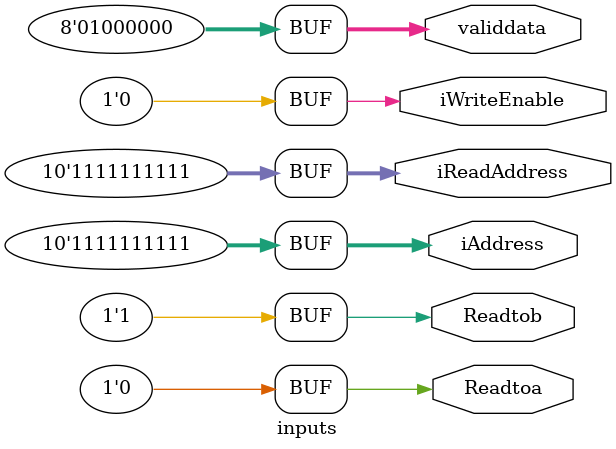
<source format=v>
module generator(clk, validdata, Readtoa, Readtob, iWriteEnable, iAddress, iReadAddress);
output clk, Readtoa, Readtob, iWriteEnable;
output [7:0] validdata;
output [9:0] iAddress;
output [9:0] iReadAddress;

reloj r1(clk);
inputs d1(validdata, Readtoa, Readtob, iWriteEnable, iAddress, iReadAddress);

endmodule

//Generacion del reloj
module reloj(clk);
output reg clk;  
initial
  begin 
 
  clk = 0;
  end
  always
	begin
   #250 clk = 1;
   #250 clk = 0;
   
	end
endmodule

//Generación de entradas a la memoria
module inputs (validdata, Readtoa, Readtob, iWriteEnable, iAddress, iReadAddress);
output reg Readtoa, Readtob, iWriteEnable ;
output reg [7:0] validdata;
output reg [9:0] iAddress;
output reg [9:0] iReadAddress;
initial
	begin
	
	#10 validdata = 8'd8; Readtoa = 0; Readtob = 0; iWriteEnable = 1; iAddress =10'd0; iReadAddress =10'd0;
	#500 validdata = 8'd8; Readtoa = 1; Readtob = 0; iWriteEnable = 0; iAddress =10'd0;iReadAddress =10'd0; 
	#1000 validdata = 8'd16; Readtoa = 0; Readtob = 0; iWriteEnable = 1; iAddress =10'd10; iReadAddress =10'd10;
	#1500 validdata = 8'd16; Readtoa = 0; Readtob = 1; iWriteEnable = 0; iAddress =10'd10; iReadAddress =10'd10; 
	#2000 validdata = 8'd32; Readtoa = 0; Readtob = 0; iWriteEnable = 1; iAddress =10'b0000011111;iReadAddress =10'b0000011111;
	#2500 validdata = 8'd32;  Readtoa = 1; Readtob = 0; iWriteEnable = 0;iAddress =10'b0000011111;iReadAddress =10'b0000011111;
	#3000 validdata = 8'd64;  Readtoa = 0; Readtob = 0; iWriteEnable = 1; iAddress =10'b1111111111;  iReadAddress =10'b1111111111;
	#3500 validdata = 8'd64;  Readtoa = 0; Readtob = 1; iWriteEnable = 0; iAddress =10'b1111111111;  iReadAddress =10'b1111111111;
	end
endmodule


</source>
